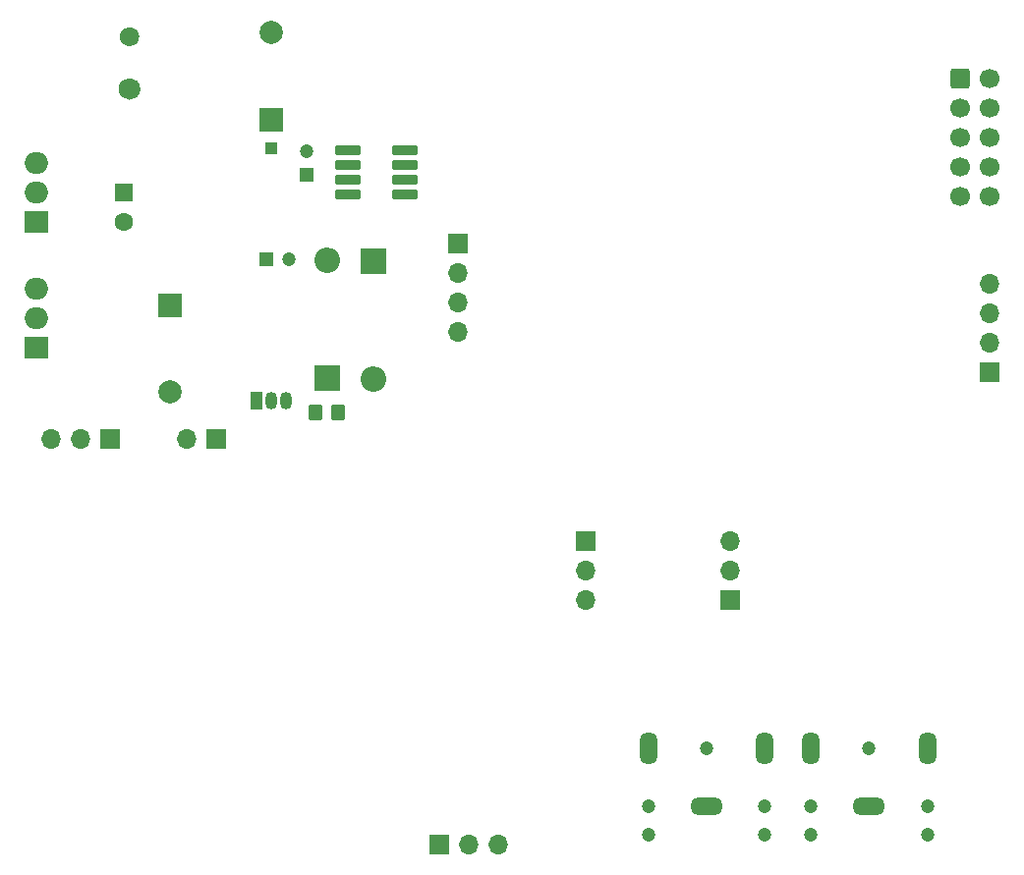
<source format=gbs>
%TF.GenerationSoftware,KiCad,Pcbnew,8.0.4*%
%TF.CreationDate,2024-09-11T20:39:54+02:00*%
%TF.ProjectId,BaseBoard,42617365-426f-4617-9264-2e6b69636164,rev?*%
%TF.SameCoordinates,Original*%
%TF.FileFunction,Soldermask,Bot*%
%TF.FilePolarity,Negative*%
%FSLAX46Y46*%
G04 Gerber Fmt 4.6, Leading zero omitted, Abs format (unit mm)*
G04 Created by KiCad (PCBNEW 8.0.4) date 2024-09-11 20:39:54*
%MOMM*%
%LPD*%
G01*
G04 APERTURE LIST*
G04 Aperture macros list*
%AMRoundRect*
0 Rectangle with rounded corners*
0 $1 Rounding radius*
0 $2 $3 $4 $5 $6 $7 $8 $9 X,Y pos of 4 corners*
0 Add a 4 corners polygon primitive as box body*
4,1,4,$2,$3,$4,$5,$6,$7,$8,$9,$2,$3,0*
0 Add four circle primitives for the rounded corners*
1,1,$1+$1,$2,$3*
1,1,$1+$1,$4,$5*
1,1,$1+$1,$6,$7*
1,1,$1+$1,$8,$9*
0 Add four rect primitives between the rounded corners*
20,1,$1+$1,$2,$3,$4,$5,0*
20,1,$1+$1,$4,$5,$6,$7,0*
20,1,$1+$1,$6,$7,$8,$9,0*
20,1,$1+$1,$8,$9,$2,$3,0*%
G04 Aperture macros list end*
%ADD10C,0.120000*%
%ADD11R,2.000000X2.000000*%
%ADD12C,2.000000*%
%ADD13R,1.700000X1.700000*%
%ADD14O,1.700000X1.700000*%
%ADD15R,1.200000X1.200000*%
%ADD16C,1.200000*%
%ADD17O,2.820000X1.512000*%
%ADD18O,1.512000X2.820000*%
%ADD19R,1.600000X1.600000*%
%ADD20C,1.600000*%
%ADD21R,2.000000X1.905000*%
%ADD22O,2.000000X1.905000*%
%ADD23C,1.800000*%
%ADD24RoundRect,0.250000X-0.600000X-0.600000X0.600000X-0.600000X0.600000X0.600000X-0.600000X0.600000X0*%
%ADD25C,1.700000*%
%ADD26R,2.200000X2.200000*%
%ADD27O,2.200000X2.200000*%
%ADD28R,1.050000X1.500000*%
%ADD29O,1.050000X1.500000*%
%ADD30R,1.000000X1.000000*%
%ADD31RoundRect,0.250000X0.350000X0.450000X-0.350000X0.450000X-0.350000X-0.450000X0.350000X-0.450000X0*%
%ADD32RoundRect,0.099250X-0.987750X-0.297750X0.987750X-0.297750X0.987750X0.297750X-0.987750X0.297750X0*%
G04 APERTURE END LIST*
D10*
%TO.C,J1*%
X115550000Y-61350000D02*
G75*
G02*
X113950000Y-61350000I-800000J0D01*
G01*
X113950000Y-61350000D02*
G75*
G02*
X115550000Y-61350000I800000J0D01*
G01*
X115650000Y-65850000D02*
G75*
G02*
X113850000Y-65850000I-900000J0D01*
G01*
X113850000Y-65850000D02*
G75*
G02*
X115650000Y-65850000I900000J0D01*
G01*
%TD*%
D11*
%TO.C,C1*%
X127000000Y-68500000D03*
D12*
X127000000Y-61000000D03*
%TD*%
D13*
%TO.C,RV2*%
X166519250Y-109917500D03*
D14*
X166519250Y-107377500D03*
X166519250Y-104837500D03*
%TD*%
D13*
%TO.C,J2*%
X113080000Y-96000000D03*
D14*
X110540000Y-96000000D03*
X108000000Y-96000000D03*
%TD*%
D15*
%TO.C,C18*%
X130000000Y-73250000D03*
D16*
X130000000Y-71250000D03*
%TD*%
%TO.C,J5*%
X173480750Y-127662500D03*
X173480750Y-130162500D03*
X178480750Y-122662500D03*
X183480750Y-127662500D03*
X183480750Y-130162500D03*
D17*
X178480750Y-127662500D03*
D18*
X183480750Y-122662500D03*
X173480750Y-122662500D03*
%TD*%
D19*
%TO.C,C2*%
X114250000Y-74817621D03*
D20*
X114250000Y-77317621D03*
%TD*%
D21*
%TO.C,U2*%
X106695000Y-88172323D03*
D22*
X106695000Y-85632323D03*
X106695000Y-83092323D03*
%TD*%
D13*
%TO.C,J3*%
X141475000Y-130975000D03*
D14*
X144015000Y-130975000D03*
X146555000Y-130975000D03*
%TD*%
D15*
%TO.C,C19*%
X126527401Y-80500000D03*
D16*
X128527401Y-80500000D03*
%TD*%
D23*
%TO.C,J1*%
X114750000Y-65850000D03*
D20*
X114750000Y-61350000D03*
%TD*%
D13*
%TO.C,RV1*%
X154019250Y-104837500D03*
D14*
X154019250Y-107377500D03*
X154019250Y-109917500D03*
%TD*%
D13*
%TO.C,J8*%
X188850000Y-90250000D03*
D14*
X188850000Y-87710000D03*
X188850000Y-85170000D03*
X188850000Y-82630000D03*
%TD*%
D16*
%TO.C,J4*%
X159480750Y-127662500D03*
X159480750Y-130162500D03*
X164480750Y-122662500D03*
X169480750Y-127662500D03*
X169480750Y-130162500D03*
D17*
X164480750Y-127662500D03*
D18*
X169480750Y-122662500D03*
X159480750Y-122662500D03*
%TD*%
D24*
%TO.C,J7*%
X186302500Y-64920000D03*
D25*
X188842500Y-64920000D03*
X186302500Y-67460000D03*
X188842500Y-67460000D03*
X186302500Y-70000000D03*
X188842500Y-70000000D03*
X186302500Y-72540000D03*
X188842500Y-72540000D03*
X186302500Y-75080000D03*
X188842500Y-75080000D03*
%TD*%
D13*
%TO.C,J9*%
X143025000Y-79200000D03*
D14*
X143025000Y-81740000D03*
X143025000Y-84280000D03*
X143025000Y-86820000D03*
%TD*%
D26*
%TO.C,D6*%
X135750000Y-80670000D03*
D27*
X135750000Y-90830000D03*
%TD*%
D13*
%TO.C,J6*%
X122250000Y-96000000D03*
D14*
X119710000Y-96000000D03*
%TD*%
D21*
%TO.C,U1*%
X106695000Y-77290000D03*
D22*
X106695000Y-74750000D03*
X106695000Y-72210000D03*
%TD*%
D11*
%TO.C,C3*%
X118250000Y-84500000D03*
D12*
X118250000Y-92000000D03*
%TD*%
D28*
%TO.C,Q1*%
X125730000Y-92750000D03*
D29*
X127000000Y-92750000D03*
X128270000Y-92750000D03*
%TD*%
D26*
%TO.C,D5*%
X131750000Y-90750000D03*
D27*
X131750000Y-80590000D03*
%TD*%
D30*
%TO.C,TP1*%
X127000000Y-71000000D03*
%TD*%
D31*
%TO.C,R13*%
X132750000Y-93750000D03*
X130750000Y-93750000D03*
%TD*%
D32*
%TO.C,U10*%
X133525000Y-74905000D03*
X133525000Y-73635000D03*
X133525000Y-72365000D03*
X133525000Y-71095000D03*
X138475000Y-71095000D03*
X138475000Y-72365000D03*
X138475000Y-73635000D03*
X138475000Y-74905000D03*
%TD*%
M02*

</source>
